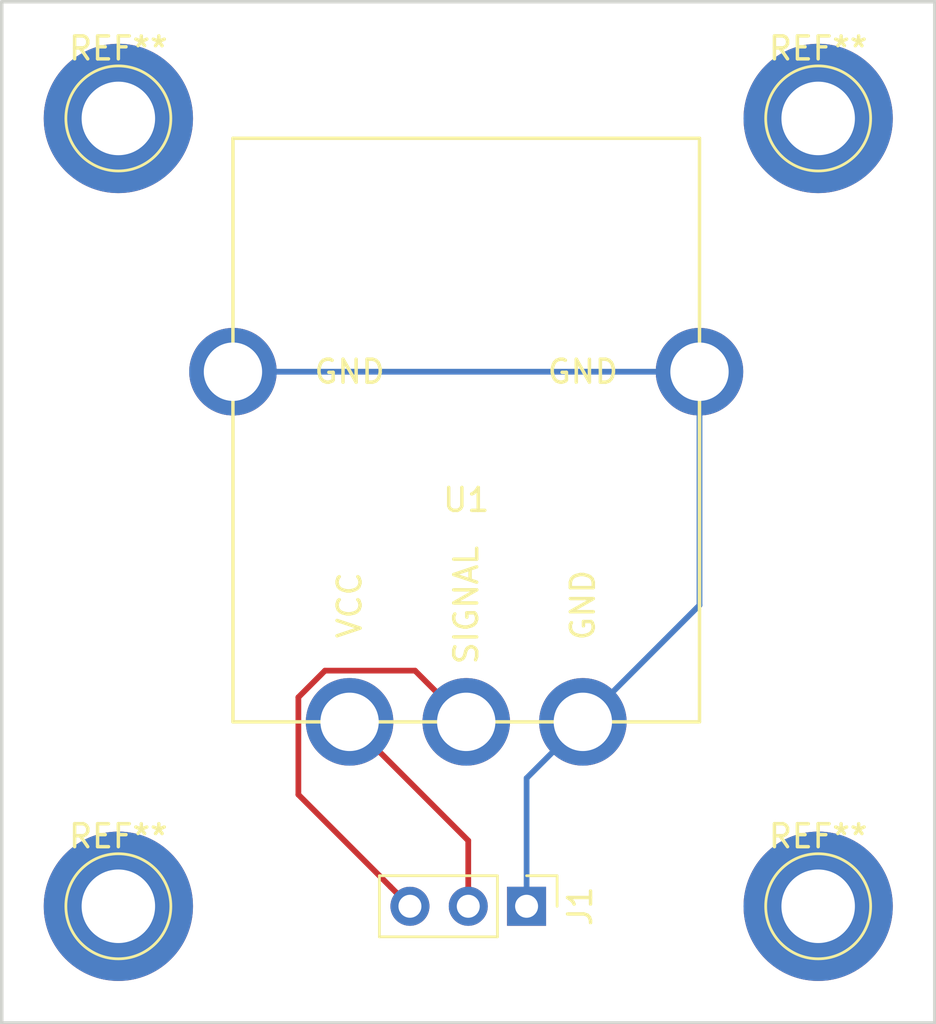
<source format=kicad_pcb>
(kicad_pcb (version 4) (host pcbnew 4.0.7)

  (general
    (links 0)
    (no_connects 5)
    (area 0 0 0 0)
    (thickness 1.6)
    (drawings 4)
    (tracks 13)
    (zones 0)
    (modules 6)
    (nets 4)
  )

  (page A4)
  (layers
    (0 F.Cu signal)
    (31 B.Cu signal)
    (32 B.Adhes user)
    (33 F.Adhes user)
    (34 B.Paste user)
    (35 F.Paste user)
    (36 B.SilkS user)
    (37 F.SilkS user)
    (38 B.Mask user)
    (39 F.Mask user)
    (40 Dwgs.User user)
    (41 Cmts.User user)
    (42 Eco1.User user)
    (43 Eco2.User user)
    (44 Edge.Cuts user)
    (45 Margin user)
    (46 B.CrtYd user)
    (47 F.CrtYd user)
    (48 B.Fab user)
    (49 F.Fab user)
  )

  (setup
    (last_trace_width 0.25)
    (trace_clearance 0.2)
    (zone_clearance 0.508)
    (zone_45_only no)
    (trace_min 0.2)
    (segment_width 0.2)
    (edge_width 0.15)
    (via_size 0.6)
    (via_drill 0.4)
    (via_min_size 0.4)
    (via_min_drill 0.3)
    (uvia_size 0.3)
    (uvia_drill 0.1)
    (uvias_allowed no)
    (uvia_min_size 0.2)
    (uvia_min_drill 0.1)
    (pcb_text_width 0.3)
    (pcb_text_size 1.5 1.5)
    (mod_edge_width 0.15)
    (mod_text_size 1 1)
    (mod_text_width 0.15)
    (pad_size 6.5 6.5)
    (pad_drill 3.2)
    (pad_to_mask_clearance 0.2)
    (aux_axis_origin 152.4 101.6)
    (visible_elements FFFFFF7F)
    (pcbplotparams
      (layerselection 0x00030_80000001)
      (usegerberextensions false)
      (excludeedgelayer true)
      (linewidth 0.100000)
      (plotframeref false)
      (viasonmask false)
      (mode 1)
      (useauxorigin false)
      (hpglpennumber 1)
      (hpglpenspeed 20)
      (hpglpendiameter 15)
      (hpglpenoverlay 2)
      (psnegative false)
      (psa4output false)
      (plotreference true)
      (plotvalue true)
      (plotinvisibletext false)
      (padsonsilk false)
      (subtractmaskfromsilk false)
      (outputformat 1)
      (mirror false)
      (drillshape 1)
      (scaleselection 1)
      (outputdirectory ""))
  )

  (net 0 "")
  (net 1 /GND)
  (net 2 /VCC)
  (net 3 /SIGNAL)

  (net_class Default "This is the default net class."
    (clearance 0.2)
    (trace_width 0.25)
    (via_dia 0.6)
    (via_drill 0.4)
    (uvia_dia 0.3)
    (uvia_drill 0.1)
    (add_net /GND)
    (add_net /SIGNAL)
    (add_net /VCC)
  )

  (module Pin_Headers:Pin_Header_Straight_1x03_Pitch2.54mm (layer F.Cu) (tedit 59650532) (tstamp 5B33A996)
    (at 154.94 123.19 270)
    (descr "Through hole straight pin header, 1x03, 2.54mm pitch, single row")
    (tags "Through hole pin header THT 1x03 2.54mm single row")
    (path /5B32667A)
    (fp_text reference J1 (at 0 -2.33 270) (layer F.SilkS)
      (effects (font (size 1 1) (thickness 0.15)))
    )
    (fp_text value Conn_01x03 (at 0 7.41 270) (layer F.Fab)
      (effects (font (size 1 1) (thickness 0.15)))
    )
    (fp_line (start -0.635 -1.27) (end 1.27 -1.27) (layer F.Fab) (width 0.1))
    (fp_line (start 1.27 -1.27) (end 1.27 6.35) (layer F.Fab) (width 0.1))
    (fp_line (start 1.27 6.35) (end -1.27 6.35) (layer F.Fab) (width 0.1))
    (fp_line (start -1.27 6.35) (end -1.27 -0.635) (layer F.Fab) (width 0.1))
    (fp_line (start -1.27 -0.635) (end -0.635 -1.27) (layer F.Fab) (width 0.1))
    (fp_line (start -1.33 6.41) (end 1.33 6.41) (layer F.SilkS) (width 0.12))
    (fp_line (start -1.33 1.27) (end -1.33 6.41) (layer F.SilkS) (width 0.12))
    (fp_line (start 1.33 1.27) (end 1.33 6.41) (layer F.SilkS) (width 0.12))
    (fp_line (start -1.33 1.27) (end 1.33 1.27) (layer F.SilkS) (width 0.12))
    (fp_line (start -1.33 0) (end -1.33 -1.33) (layer F.SilkS) (width 0.12))
    (fp_line (start -1.33 -1.33) (end 0 -1.33) (layer F.SilkS) (width 0.12))
    (fp_line (start -1.8 -1.8) (end -1.8 6.85) (layer F.CrtYd) (width 0.05))
    (fp_line (start -1.8 6.85) (end 1.8 6.85) (layer F.CrtYd) (width 0.05))
    (fp_line (start 1.8 6.85) (end 1.8 -1.8) (layer F.CrtYd) (width 0.05))
    (fp_line (start 1.8 -1.8) (end -1.8 -1.8) (layer F.CrtYd) (width 0.05))
    (fp_text user %R (at 0 2.54 360) (layer F.Fab)
      (effects (font (size 1 1) (thickness 0.15)))
    )
    (pad 1 thru_hole rect (at 0 0 270) (size 1.7 1.7) (drill 1) (layers *.Cu *.Mask)
      (net 1 /GND))
    (pad 2 thru_hole oval (at 0 2.54 270) (size 1.7 1.7) (drill 1) (layers *.Cu *.Mask)
      (net 2 /VCC))
    (pad 3 thru_hole oval (at 0 5.08 270) (size 1.7 1.7) (drill 1) (layers *.Cu *.Mask)
      (net 3 /SIGNAL))
    (model ${KISYS3DMOD}/Pin_Headers.3dshapes/Pin_Header_Straight_1x03_Pitch2.54mm.wrl
      (at (xyz 0 0 0))
      (scale (xyz 1 1 1))
      (rotate (xyz 0 0 0))
    )
  )

  (module "SPEAR Arm Encoder:Potentiometer" (layer F.Cu) (tedit 5B33A195) (tstamp 5B33A9A8)
    (at 152.3111 105.0036)
    (path /5B325F2E)
    (fp_text reference U1 (at 0 0.5) (layer F.SilkS)
      (effects (font (size 1 1) (thickness 0.15)))
    )
    (fp_text value Potentiometer (at 0 -0.5) (layer F.Fab)
      (effects (font (size 1 1) (thickness 0.15)))
    )
    (fp_text user GND (at -5.08 -5.08) (layer F.SilkS)
      (effects (font (size 1 1) (thickness 0.15)))
    )
    (fp_text user GND (at 5.08 -5.08) (layer F.SilkS)
      (effects (font (size 1 1) (thickness 0.15)))
    )
    (fp_text user GND (at 5.08 5.08 270) (layer F.SilkS)
      (effects (font (size 1 1) (thickness 0.15)))
    )
    (fp_text user SIGNAL (at 0 5.08 270) (layer F.SilkS)
      (effects (font (size 1 1) (thickness 0.15)))
    )
    (fp_text user VCC (at -5.08 5.08 270) (layer F.SilkS)
      (effects (font (size 1 1) (thickness 0.15)))
    )
    (fp_line (start -10.16 -15.24) (end -10.16 10.16) (layer F.SilkS) (width 0.15))
    (fp_line (start 10.16 -15.24) (end -10.16 -15.24) (layer F.SilkS) (width 0.15))
    (fp_line (start 10.16 10.16) (end 10.16 -15.24) (layer F.SilkS) (width 0.15))
    (fp_line (start -10.16 10.16) (end 10.16 10.16) (layer F.SilkS) (width 0.15))
    (pad 1 thru_hole circle (at -5.08 10.16) (size 3.81 3.81) (drill 2.54) (layers *.Cu *.Mask)
      (net 2 /VCC))
    (pad 2 thru_hole circle (at 0 10.16) (size 3.81 3.81) (drill 2.54) (layers *.Cu *.Mask)
      (net 3 /SIGNAL))
    (pad 3 thru_hole circle (at 5.08 10.16) (size 3.81 3.81) (drill 2.54) (layers *.Cu *.Mask)
      (net 1 /GND))
    (pad 4 thru_hole circle (at -10.16 -5.08) (size 3.81 3.81) (drill 2.54) (layers *.Cu *.Mask)
      (net 1 /GND))
    (pad 5 thru_hole circle (at 10.16 -5.08) (size 3.81 3.81) (drill 2.54) (layers *.Cu *.Mask)
      (net 1 /GND))
  )

  (module Connectors:1pin (layer F.Cu) (tedit 5B33B478) (tstamp 5B33B2E1)
    (at 137.16 88.9)
    (descr "module 1 pin (ou trou mecanique de percage)")
    (tags DEV)
    (fp_text reference REF** (at 0 -3.048) (layer F.SilkS)
      (effects (font (size 1 1) (thickness 0.15)))
    )
    (fp_text value 1pin (at 0 3) (layer F.Fab)
      (effects (font (size 1 1) (thickness 0.15)))
    )
    (fp_circle (center 0 0) (end 2 0.8) (layer F.Fab) (width 0.1))
    (fp_circle (center 0 0) (end 2.6 0) (layer F.CrtYd) (width 0.05))
    (fp_circle (center 0 0) (end 0 -2.286) (layer F.SilkS) (width 0.12))
    (pad ~ thru_hole circle (at 0 0) (size 6.5 6.5) (drill 3.2) (layers *.Cu *.Mask))
  )

  (module Connectors:1pin (layer F.Cu) (tedit 5B33B62B) (tstamp 5B33B2F0)
    (at 167.64 88.9)
    (descr "module 1 pin (ou trou mecanique de percage)")
    (tags DEV)
    (fp_text reference REF** (at 0 -3.048) (layer F.SilkS)
      (effects (font (size 1 1) (thickness 0.15)))
    )
    (fp_text value 1pin (at 0 3) (layer F.Fab)
      (effects (font (size 1 1) (thickness 0.15)))
    )
    (fp_circle (center 0 0) (end 2 0.8) (layer F.Fab) (width 0.1))
    (fp_circle (center 0 0) (end 2.6 0) (layer F.CrtYd) (width 0.05))
    (fp_circle (center 0 0) (end 0 -2.286) (layer F.SilkS) (width 0.12))
    (pad ~ thru_hole circle (at 0 0) (size 6.5 6.5) (drill 3.2) (layers *.Cu *.Mask))
  )

  (module Connectors:1pin (layer F.Cu) (tedit 5B33B63A) (tstamp 5B33B302)
    (at 137.16 123.19)
    (descr "module 1 pin (ou trou mecanique de percage)")
    (tags DEV)
    (fp_text reference REF** (at 0 -3.048) (layer F.SilkS)
      (effects (font (size 1 1) (thickness 0.15)))
    )
    (fp_text value 1pin (at 0 3) (layer F.Fab)
      (effects (font (size 1 1) (thickness 0.15)))
    )
    (fp_circle (center 0 0) (end 2 0.8) (layer F.Fab) (width 0.1))
    (fp_circle (center 0 0) (end 2.6 0) (layer F.CrtYd) (width 0.05))
    (fp_circle (center 0 0) (end 0 -2.286) (layer F.SilkS) (width 0.12))
    (pad ~ thru_hole circle (at 0 0) (size 6.5 6.5) (drill 3.2) (layers *.Cu *.Mask))
  )

  (module Connectors:1pin (layer F.Cu) (tedit 5B33B632) (tstamp 5B33B312)
    (at 167.64 123.19)
    (descr "module 1 pin (ou trou mecanique de percage)")
    (tags DEV)
    (fp_text reference REF** (at 0 -3.048) (layer F.SilkS)
      (effects (font (size 1 1) (thickness 0.15)))
    )
    (fp_text value 1pin (at 0 3) (layer F.Fab)
      (effects (font (size 1 1) (thickness 0.15)))
    )
    (fp_circle (center 0 0) (end 2 0.8) (layer F.Fab) (width 0.1))
    (fp_circle (center 0 0) (end 2.6 0) (layer F.CrtYd) (width 0.05))
    (fp_circle (center 0 0) (end 0 -2.286) (layer F.SilkS) (width 0.12))
    (pad ~ thru_hole circle (at 0 0) (size 6.5 6.5) (drill 3.2) (layers *.Cu *.Mask))
  )

  (gr_line (start 172.72 83.82) (end 132.08 83.82) (layer Edge.Cuts) (width 0.15))
  (gr_line (start 172.72 128.27) (end 172.72 83.82) (layer Edge.Cuts) (width 0.15))
  (gr_line (start 132.08 128.27) (end 172.72 128.27) (layer Edge.Cuts) (width 0.15))
  (gr_line (start 132.08 83.82) (end 132.08 128.27) (layer Edge.Cuts) (width 0.15))

  (segment (start 157.3911 115.1636) (end 154.94 117.6147) (width 0.25) (layer B.Cu) (net 1))
  (segment (start 154.94 117.6147) (end 154.94 123.19) (width 0.25) (layer B.Cu) (net 1))
  (segment (start 162.4711 99.9236) (end 162.4711 110.0836) (width 0.25) (layer B.Cu) (net 1))
  (segment (start 162.4711 110.0836) (end 157.3911 115.1636) (width 0.25) (layer B.Cu) (net 1))
  (segment (start 142.1511 99.9236) (end 162.4711 99.9236) (width 0.25) (layer B.Cu) (net 1))
  (segment (start 147.2311 115.1636) (end 152.4 120.3325) (width 0.25) (layer F.Cu) (net 2))
  (segment (start 152.4 120.3325) (end 152.4 123.19) (width 0.25) (layer F.Cu) (net 2))
  (segment (start 152.3111 115.1636) (end 150.081099 112.933599) (width 0.25) (layer F.Cu) (net 3))
  (segment (start 150.081099 112.933599) (end 146.160699 112.933599) (width 0.25) (layer F.Cu) (net 3))
  (segment (start 146.160699 112.933599) (end 145.001099 114.093199) (width 0.25) (layer F.Cu) (net 3))
  (segment (start 145.001099 114.093199) (end 145.001099 118.331099) (width 0.25) (layer F.Cu) (net 3))
  (segment (start 145.001099 118.331099) (end 149.010001 122.340001) (width 0.25) (layer F.Cu) (net 3))
  (segment (start 149.010001 122.340001) (end 149.86 123.19) (width 0.25) (layer F.Cu) (net 3))

)

</source>
